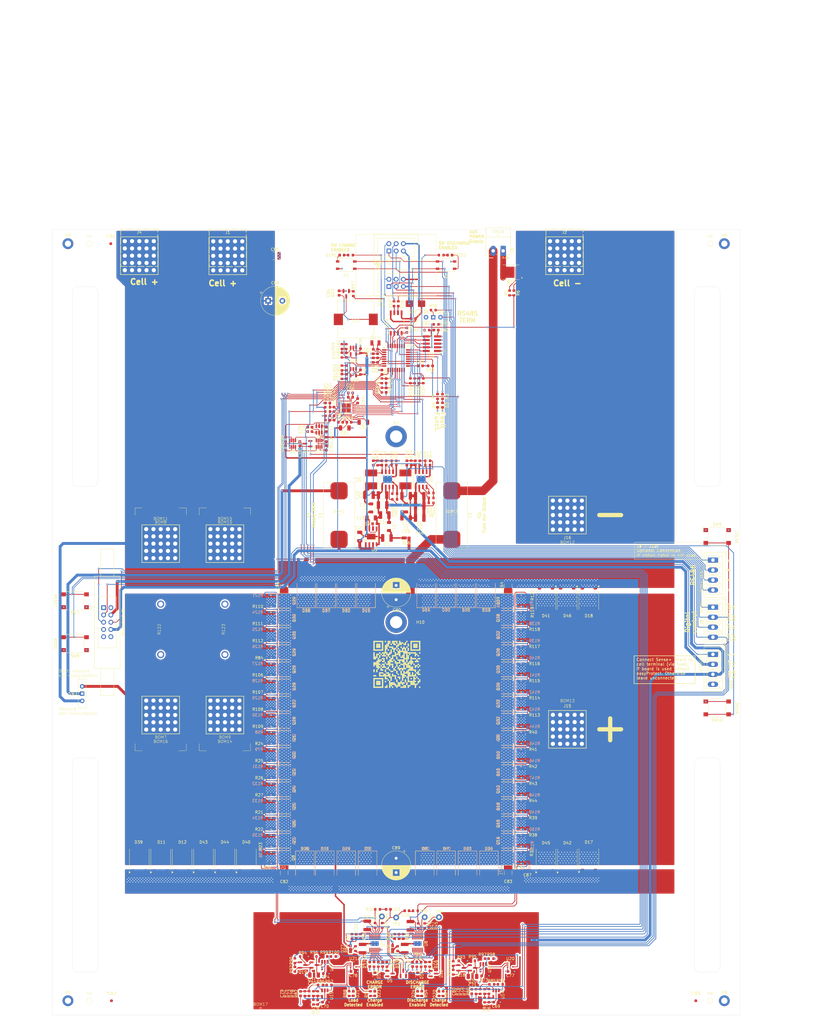
<source format=kicad_pcb>
(kicad_pcb
	(version 20241229)
	(generator "pcbnew")
	(generator_version "9.0")
	(general
		(thickness 1.74)
		(legacy_teardrops no)
	)
	(paper "A2" portrait)
	(layers
		(0 "F.Cu" signal)
		(4 "In1.Cu" signal)
		(6 "In2.Cu" signal)
		(8 "In3.Cu" signal)
		(10 "In4.Cu" signal)
		(2 "B.Cu" signal)
		(9 "F.Adhes" user "F.Adhesive")
		(11 "B.Adhes" user "B.Adhesive")
		(13 "F.Paste" user)
		(15 "B.Paste" user)
		(5 "F.SilkS" user "F.Silkscreen")
		(7 "B.SilkS" user "B.Silkscreen")
		(1 "F.Mask" user)
		(3 "B.Mask" user)
		(17 "Dwgs.User" user "User.Drawings")
		(19 "Cmts.User" user "User.Comments")
		(21 "Eco1.User" user "User.Eco1")
		(23 "Eco2.User" user "User.Eco2")
		(25 "Edge.Cuts" user)
		(27 "Margin" user)
		(31 "F.CrtYd" user "F.Courtyard")
		(29 "B.CrtYd" user "B.Courtyard")
		(35 "F.Fab" user)
		(33 "B.Fab" user)
		(39 "User.1" user)
		(41 "User.2" user "User.2 -Bemaßung")
		(43 "User.3" user "User.3 - Heatsink")
		(45 "User.4" user)
		(47 "User.5" user)
		(49 "User.6" user)
		(51 "User.7" user)
		(53 "User.8" user)
		(55 "User.9" user)
	)
	(setup
		(stackup
			(layer "F.SilkS"
				(type "Top Silk Screen")
			)
			(layer "F.Paste"
				(type "Top Solder Paste")
			)
			(layer "F.Mask"
				(type "Top Solder Mask")
				(color "Red")
				(thickness 0.01)
			)
			(layer "F.Cu"
				(type "copper")
				(thickness 0.07)
			)
			(layer "dielectric 1"
				(type "prepreg")
				(thickness 0.1)
				(material "FR4")
				(epsilon_r 4.5)
				(loss_tangent 0.02)
			)
			(layer "In1.Cu"
				(type "copper")
				(thickness 0.07)
			)
			(layer "dielectric 2"
				(type "core")
				(thickness 0.535)
				(material "FR4")
				(epsilon_r 4.5)
				(loss_tangent 0.02)
			)
			(layer "In2.Cu"
				(type "copper")
				(thickness 0.07)
			)
			(layer "dielectric 3"
				(type "prepreg")
				(thickness 0.1)
				(material "FR4")
				(epsilon_r 4.5)
				(loss_tangent 0.02)
			)
			(layer "In3.Cu"
				(type "copper")
				(thickness 0.035)
			)
			(layer "dielectric 4"
				(type "core")
				(thickness 0.535)
				(material "FR4")
				(epsilon_r 4.5)
				(loss_tangent 0.02)
			)
			(layer "In4.Cu"
				(type "copper")
				(thickness 0.035)
			)
			(layer "dielectric 5"
				(type "prepreg")
				(thickness 0.1)
				(material "FR4")
				(epsilon_r 4.5)
				(loss_tangent 0.02)
			)
			(layer "B.Cu"
				(type "copper")
				(thickness 0.07)
			)
			(layer "B.Mask"
				(type "Bottom Solder Mask")
				(color "Red")
				(thickness 0.01)
			)
			(layer "B.Paste"
				(type "Bottom Solder Paste")
			)
			(layer "B.SilkS"
				(type "Bottom Silk Screen")
			)
			(copper_finish "None")
			(dielectric_constraints no)
		)
		(pad_to_mask_clearance 0)
		(allow_soldermask_bridges_in_footprints no)
		(tenting front back)
		(aux_axis_origin 52.5 395)
		(grid_origin 173 120)
		(pcbplotparams
			(layerselection 0x00000000_00000000_55555555_5755f5ff)
			(plot_on_all_layers_selection 0x00000000_00000000_00000000_00000000)
			(disableapertmacros no)
			(usegerberextensions no)
			(usegerberattributes yes)
			(usegerberadvancedattributes yes)
			(creategerberjobfile yes)
			(dashed_line_dash_ratio 12.000000)
			(dashed_line_gap_ratio 3.000000)
			(svgprecision 4)
			(plotframeref no)
			(mode 1)
			(useauxorigin no)
			(hpglpennumber 1)
			(hpglpenspeed 20)
			(hpglpendiameter 15.000000)
			(pdf_front_fp_property_popups yes)
			(pdf_back_fp_property_popups yes)
			(pdf_metadata yes)
			(pdf_single_document no)
			(dxfpolygonmode yes)
			(dxfimperialunits yes)
			(dxfusepcbnewfont yes)
			(psnegative no)
			(psa4output no)
			(plot_black_and_white yes)
			(plotinvisibletext no)
			(sketchpadsonfab no)
			(plotpadnumbers no)
			(hidednponfab no)
			(sketchdnponfab yes)
			(crossoutdnponfab yes)
			(subtractmaskfromsilk no)
			(outputformat 1)
			(mirror no)
			(drillshape 1)
			(scaleselection 1)
			(outputdirectory "")
		)
	)
	(net 0 "")
	(net 1 "Net-(D1-K)")
	(net 2 "GND")
	(net 3 "Net-(D2-K)")
	(net 4 "VCC")
	(net 5 "Net-(D1-A)")
	(net 6 "BAT+CONTROLED")
	(net 7 "Net-(C10-Pad1)")
	(net 8 "5V5")
	(net 9 "Net-(U3-SS)")
	(net 10 "5V0")
	(net 11 "VREF")
	(net 12 "/ps/in")
	(net 13 "Net-(J3-2)")
	(net 14 "/greenMeter/ISENSE_FAST+")
	(net 15 "/greenMeter/ISENSE_PREZ+")
	(net 16 "/greenMeter/ISENSE_PREZ-")
	(net 17 "Net-(Q4-G)")
	(net 18 "/greenMeter/ISENSE_FAST-")
	(net 19 "Net-(Q5-G)")
	(net 20 "Net-(Q6-G)")
	(net 21 "Net-(Q7-G)")
	(net 22 "Net-(Q8-G)")
	(net 23 "Net-(U18-+IN)")
	(net 24 "Net-(D4-A)")
	(net 25 "Net-(J3-1)")
	(net 26 "/greenMeter/RS485_D")
	(net 27 "Net-(U19-+IN)")
	(net 28 "Net-(U22-CAPN)")
	(net 29 "/greenMeter/RS485_R")
	(net 30 "/greenMeter/SPI1_MOSI")
	(net 31 "/greenMeter/ADC_START")
	(net 32 "/greenMeter/SPI1_MISO")
	(net 33 "/greenMeter/ADC_DRDY")
	(net 34 "/greenMeter/ADC_RESET")
	(net 35 "/greenMeter/ADC_CS")
	(net 36 "/greenMeter/SPI1_SCK")
	(net 37 "/OVP_IN")
	(net 38 "/chargeControl/SNS+")
	(net 39 "/chargeControl/SNS-")
	(net 40 "/LVP_IN")
	(net 41 "/OVP_OUT")
	(net 42 "/LVP_OUT")
	(net 43 "Net-(Q1-G)")
	(net 44 "Net-(Q2-G)")
	(net 45 "Net-(Q3-G)")
	(net 46 "/greenMeter/CHARGE_ENABLED")
	(net 47 "/greenMeter/DISCHARGE_ENABLED")
	(net 48 "/greenMeter/AUX_EN")
	(net 49 "/greenMeter/ISENSE+")
	(net 50 "/greenMeter/ISENSE-")
	(net 51 "/greenMeter/SWCLK")
	(net 52 "/switchControl/CHG_DETECTED")
	(net 53 "Net-(U16--)")
	(net 54 "/switchControl/LOAD_DETECTED")
	(net 55 "unconnected-(J7-Pin_7-Pad7)")
	(net 56 "/greenMeter/USENSE_SHUNT_BUF")
	(net 57 "/greenMeter/USENSE+_BUF")
	(net 58 "/greenMeter/SWDIO")
	(net 59 "/CHARGE_CONTROL")
	(net 60 "Net-(Q22-G)")
	(net 61 "Net-(U12-PA10{slash}NC)")
	(net 62 "Net-(Q13-G)")
	(net 63 "Net-(Q14-G)")
	(net 64 "Net-(Q15-G)")
	(net 65 "Net-(Q16-G)")
	(net 66 "/BUS_+5V")
	(net 67 "Net-(U4-VIN)")
	(net 68 "Net-(U4-BST)")
	(net 69 "Net-(U4-SW)")
	(net 70 "Net-(U5-SW)")
	(net 71 "Net-(U5-BST)")
	(net 72 "Net-(C11-Pad1)")
	(net 73 "Net-(U4-FB)")
	(net 74 "Net-(U5-FB)")
	(net 75 "Net-(C11-Pad2)")
	(net 76 "Net-(C12-Pad2)")
	(net 77 "Net-(U6-FILTER)")
	(net 78 "Net-(U7-SNS-)")
	(net 79 "Net-(C23-Pad1)")
	(net 80 "Net-(U7-TIMER)")
	(net 81 "Net-(U8-SNS-)")
	(net 82 "Net-(U8-TIMER)")
	(net 83 "Net-(U22-CAPP)")
	(net 84 "Net-(U12-PC14)")
	(net 85 "Net-(U12-PC15)")
	(net 86 "Net-(U12-PC6)")
	(net 87 "Net-(Q20-C)")
	(net 88 "Net-(Q21-C)")
	(net 89 "Net-(D2-A)")
	(net 90 "Net-(D3-A)")
	(net 91 "/BUS_GND")
	(net 92 "/BUS_B")
	(net 93 "Net-(D10-K)")
	(net 94 "Net-(D16-K)")
	(net 95 "Net-(D20-A)")
	(net 96 "Net-(D21-A)")
	(net 97 "/BUS_A")
	(net 98 "/chargeControl/vcc_int")
	(net 99 "/dischargeControl/vcc_int")
	(net 100 "unconnected-(D5-NC-Pad2)")
	(net 101 "unconnected-(D22-NC-Pad2)")
	(net 102 "Net-(Q9-G)")
	(net 103 "Net-(Q10-G)")
	(net 104 "Net-(Q11-G)")
	(net 105 "Net-(Q12-G)")
	(net 106 "Net-(U4-EN{slash}UVLO)")
	(net 107 "Net-(U5-EN{slash}UVLO)")
	(net 108 "Net-(U4-RON)")
	(net 109 "Net-(U5-RON)")
	(net 110 "Net-(U7-ISET)")
	(net 111 "Net-(U7-TGUP)")
	(net 112 "Net-(U7-VCCUV)")
	(net 113 "Net-(U8-ISET)")
	(net 114 "Net-(U8-TGUP)")
	(net 115 "Net-(U8-VCCUV)")
	(net 116 "Net-(U15-+)")
	(net 117 "Net-(U14-+)")
	(net 118 "Net-(U14--)")
	(net 119 "Net-(Q18-B)")
	(net 120 "Net-(Q19-B)")
	(net 121 "Net-(Q18-C)")
	(net 122 "Net-(Q19-C)")
	(net 123 "Net-(U17--)")
	(net 124 "Net-(U7-IMON)")
	(net 125 "Net-(U8-IMON)")
	(net 126 "Net-(U11-V_{OUT})")
	(net 127 "Net-(U16-Pad1)")
	(net 128 "Net-(U17-Pad1)")
	(net 129 "/LOAD_CONTROL")
	(net 130 "/chargeControl/SWITCH_OUT")
	(net 131 "/chargeControl/BST")
	(net 132 "/dischargeControl/BST")
	(net 133 "/U_SENSE+")
	(net 134 "/greenMeter/LVP_SENSE_DIV")
	(net 135 "/greenMeter/OVP_SENSE_DIV")
	(net 136 "Net-(D23-A)")
	(net 137 "Net-(D24-A)")
	(net 138 "/B+Terminal")
	(net 139 "Net-(SW3-B)")
	(net 140 "Net-(BZ1--)")
	(net 141 "/greenMeter/Buzzer")
	(net 142 "/chargeControl/~{Fault}")
	(net 143 "R2{slash}COM")
	(net 144 "Net-(Q23-B)")
	(net 145 "/dischargeControl/~{Fault}")
	(net 146 "Net-(U15--)")
	(net 147 "Net-(U22-REFOUT)")
	(net 148 "Net-(U22-BYPASS)")
	(net 149 "Net-(U13-A)")
	(net 150 "Net-(U13-B)")
	(net 151 "unconnected-(U22-NC-7-Pad25)")
	(net 152 "unconnected-(U22-NC-6-Pad24)")
	(net 153 "unconnected-(U22-NC-8-Pad26)")
	(net 154 "unconnected-(U22-NC-3-Pad21)")
	(net 155 "unconnected-(U22-NC-4-Pad22)")
	(net 156 "unconnected-(U22-NC-9-Pad27)")
	(net 157 "unconnected-(U22-NC-2-Pad20)")
	(net 158 "unconnected-(U22-NC-1-Pad19)")
	(net 159 "unconnected-(U22-NC-5-Pad23)")
	(net 160 "Net-(C28-Pad1)")
	(net 161 "unconnected-(H1-Pad1)")
	(net 162 "unconnected-(H3-Pad1)")
	(net 163 "unconnected-(H5-Pad1)")
	(net 164 "unconnected-(H9-Pad1)")
	(net 165 "Net-(R55-Pad2)")
	(net 166 "Net-(R62-Pad2)")
	(net 167 "~{OC_FAULT}")
	(net 168 "Net-(SW4-B)")
	(net 169 "unconnected-(SW4-A-Pad3)")
	(net 170 "Net-(D26-K)")
	(net 171 "Net-(D27-K)")
	(net 172 "Net-(D28-K)")
	(net 173 "/p_good")
	(net 174 "Net-(U7-VIN)")
	(net 175 "Net-(U8-VIN)")
	(net 176 "Net-(Q24-G)")
	(net 177 "Net-(Q25-G)")
	(net 178 "Net-(Q26-G)")
	(net 179 "Net-(Q27-G)")
	(net 180 "Net-(Q28-G)")
	(net 181 "Net-(Q29-G)")
	(net 182 "Net-(Q30-G)")
	(net 183 "Net-(Q31-G)")
	(net 184 "Net-(Q32-G)")
	(net 185 "Net-(Q33-G)")
	(net 186 "Net-(Q34-G)")
	(net 187 "Net-(Q35-G)")
	(net 188 "Net-(Q36-G)")
	(net 189 "Net-(Q37-G)")
	(net 190 "Net-(Q38-G)")
	(net 191 "Net-(Q39-G)")
	(net 192 "SWITCH_IN")
	(net 193 "Net-(Q40-G)")
	(net 194 "Net-(Q41-G)")
	(net 195 "Net-(Q42-G)")
	(net 196 "Net-(Q43-G)")
	(net 197 "Net-(Q44-G)")
	(net 198 "Net-(Q45-G)")
	(net 199 "Net-(Q46-G)")
	(net 200 "Net-(Q47-G)")
	(net 201 "Net-(Q48-G)")
	(net 202 "Net-(Q49-G)")
	(net 203 "Net-(Q50-G)")
	(net 204 "Net-(Q51-G)")
	(net 205 "Net-(Q52-G)")
	(net 206 "Net-(Q53-G)")
	(net 207 "Net-(Q54-G)")
	(net 208 "Net-(Q55-G)")
	(net 209 "Net-(Q56-G)")
	(net 210 "Net-(Q57-G)")
	(net 211 "Net-(Q58-G)")
	(net 212 "Net-(Q59-G)")
	(net 213 "Net-(Q60-G)")
	(net 214 "Net-(Q61-G)")
	(net 215 "Net-(Q62-G)")
	(net 216 "Net-(Q63-G)")
	(net 217 "Net-(Q64-G)")
	(net 218 "Net-(Q65-G)")
	(net 219 "Net-(Q66-G)")
	(net 220 "Net-(Q67-G)")
	(net 221 "Net-(Q68-G)")
	(net 222 "Net-(Q69-G)")
	(net 223 "Net-(Q70-G)")
	(net 224 "Net-(Q71-G)")
	(net 225 "/chargeControl/vg")
	(net 226 "/dischargeControl/vg")
	(net 227 "unconnected-(H7-Pad1)")
	(net 228 "unconnected-(H10-Pad1)")
	(footprint "Connector_Pin:Pin_D1.0mm_L10.0mm" (layer "F.Cu") (at 168 360.5))
	(footprint "Diode_SMD:D_SMC" (layer "F.Cu") (at 141 342.5 -90))
	(footprint "Resistor_SMD:R_0603_1608Metric" (layer "F.Cu") (at 195.75 376 180))
	(footprint "Connector_PinHeader_1.27mm:PinHeader_2x05_P1.27mm_Vertical_SMD" (layer "F.Cu") (at 185.5 160 180))
	(footprint "Capacitor_SMD:C_1210_3225Metric" (layer "F.Cu") (at 162.875 363.625 -90))
	(footprint "Resistor_SMD:R_0603_1608Metric" (layer "F.Cu") (at 145.5 387.5 90))
	(footprint "Resistor_SMD:R_0603_1608Metric" (layer "F.Cu") (at 155.5 168.5 -90))
	(footprint "Resistor_SMD:R_0603_1608Metric" (layer "F.Cu") (at 168 173 90))
	(footprint "Resistor_SMD:R_0603_1608Metric" (layer "F.Cu") (at 127.75 258))
	(footprint "Resistor_SMD:R_0603_1608Metric" (layer "F.Cu") (at 203.25 375.25))
	(footprint "Capacitor_SMD:C_0603_1608Metric" (layer "F.Cu") (at 168 170 -90))
	(footprint "Diode_SMD:D_SMC" (layer "F.Cu") (at 198 342.5 -90))
	(footprint "Resistor_SMD:R_0603_1608Metric" (layer "F.Cu") (at 214.25 142.25 -90))
	(footprint "Capacitor_THT:CP_Radial_D10.0mm_P5.00mm" (layer "F.Cu") (at 173 249.617677 90))
	(footprint "Resistor_SMD:R_0603_1608Metric" (layer "F.Cu") (at 218.25 338 180))
	(footprint "myConnector:IDC-Header_2x05_P2.54mm_Latch9.5mm_Vertical" (layer "F.Cu") (at 70.5 252.42))
	(footprint "Capacitor_SMD:C_0603_1608Metric" (layer "F.Cu") (at 165 162.75 90))
	(footprint "Resistor_SMD:R_0603_1608Metric" (layer "F.Cu") (at 149 182.25))
	(footprint "Package_TO_SOT_SMD:TO-252-2" (layer "F.Cu") (at 240.5 250 -90))
	(footprint "Capacitor_SMD:C_0603_1608Metric" (layer "F.Cu") (at 153.5 187.5))
	(footprint "Resistor_SMD:R_0603_1608Metric" (layer "F.Cu") (at 144 390.5 90))
	(footprint "Capacitor_SMD:C_0603_1608Metric" (layer "F.Cu") (at 179 151.25 180))
	(footprint "Package_SO:SOIC-8_5.3x5.3mm_P1.27mm"
		(layer "F.Cu")
		(uuid "174c734c-786f-43cc-91b8-b4e4b184370e")
		(at 173 152.75 90)
		(descr "SOIC, 8 Pin (JEITA/EIAJ 08-001-BBA and Atmel/Microchip, 208 mils width, https://www.jeita.or.jp/japanese/standard/book/ED-7311-19/#target/page_no=21, https://ww1.microchip.com/downloads/en/DeviceDoc/20005045C.pdf#page=23, https://ww1.microchip.com/downloads/en/DeviceDoc/doc2535.pdf#page=162), generated with kicad-footprint-generator ipc_gullwing_generator.py")
		(tags "SOIC SO P-SOP SOP SOP-8 SO SO-8 8S2 S2AE/F K04-056 CASE-751BE SO8W 8-Pin-SOIC PSA W8-2 W8-4 W8MS-1")
		(property "Reference" "U13"
			(at 0 -3.6 90)
			(layer "F.SilkS")
			(uuid "b08b2d4a-421c-4176-b474-f51f0e9e6a86")
			(effects
				(font
					(size 1 1)
					(thickness 0.15)
				)
			)
		)
		(property "Value" "MAX22025FAWA+"
			(at 0 3.6 90)
			(layer "F.Fab")
			(uuid "fd51aa9c-2231-4e91-8401-d9de4364b762")
			(effects
				(font
					(size 1 1)
					(thickness 0.15)
				)
			)
		)
		(property "Datasheet" "https://www.analog.com/media/en/technical-documentation/data-sheets/MAX22025-MAX22028F.pdf"
			(at 0 0 90)
			(layer "F.Fab")
			(hide yes)
			(uuid "78f19867-6e2f-4b70-a259-2737f3a1a60d")
			(effects
				(font
					(size 1.27 1.27)
					(thickness 0.15)
				)
			)
		)
		(property "Description" "MAX22025FAWA+ TREIBER/ISOLIERT/SOIC-Wide-8 SMD"
			(at 0 0 90)
			(layer "F.Fab")
			(hide yes)
			(uuid "418cbb35-34f1-4c38-9fae-705e5029a984")
			(effects
				(font
					(size 1.27 1.27)
					(thickness 0.15)
				)
			)
		)
		(property "Field-1" ""
			(at 0 0 90)
			(unlocked yes)
			(layer "F.Fab")
			(hide yes)
			(uuid "edd8044c-1ad7-4292-9542-93f4173a4d5b")
			(effects
				(font
					(size 1 1)
					(thickness 0.15)
				)
			)
		)
		(property "Sim.Device" ""
			(at 0 0 90)
			(unlocked yes)
			(layer "F.Fab")
			(hide yes)
			(uuid "42ca892b-d5fc-4b9b-bdab-b5ddb448ffed")
			(effects
				(font
					(size 1 1)
					(thickness 0.15)
				)
			)
		)
		(property "Sim.Pins" ""
			(at 0 0 90)
			(unlocked yes)
			(layer "F.Fab")
			(hide yes)
			(uuid "38ee2d5a-400c-4a43-b497-3cb6b124e05d")
			(effects
				(font
					(size 1 1)
					(thickness 0.15)
				)
			)
		)
		(property "ECS Art#" "IC375"
			(at 0 0 90)
			(unlocked yes)
			(layer "F.Fab")
			(hide yes)
			(uuid "f869447e-cebf-4b87-89c8-4e604106eb89")
			(effects
				(font
					(size 1 1)
					(thickness 0.15)
				)
			)
		)
		(property "HAN" "MAX22025FAWA+"
			(at 0 0 90)
			(unlocked yes)
			(layer "F.Fab")
			(hide yes)
			(uuid "f0bc55a6-d8bc-47e3-a988-1558922d1c0d")
			(effects
				(font
					(size 1 1)
					(thickness 0.15)
				)
			)
		)
		(property "Hersteller" "Analog Devices"
			(at 0 0 90)
			(unlocked yes)
			(layer "F.Fab")
			(hide yes)
			(uuid "b686398a-4f23-4fa9-b5e3-97805c848c68")
			(effects
				(font
					(size 1 1)
					(thickness 0.15)
				)
			)
		)
		(property "Voltage" ""
			(at 0 0 90)
			(unlocked yes)
			(layer "F.Fab")
			(hide yes)
			(uuid "2a6c2790-ea73-4024-b95f-83377cd246df")
			(effe
... [5450840 chars truncated]
</source>
